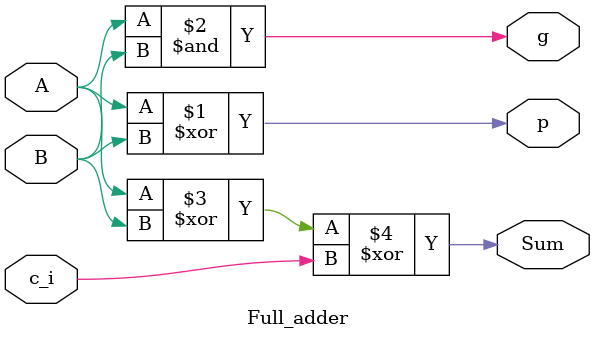
<source format=v>
`timescale 1ns/1ps

module Full_adder 
(
  input  A,
  input  B,
  input  c_i,
  output g,
  output p,
  output Sum
);

   assign p = A ^ B;
   assign g = A & B;

   assign Sum = A ^ B ^ c_i;

endmodule

</source>
